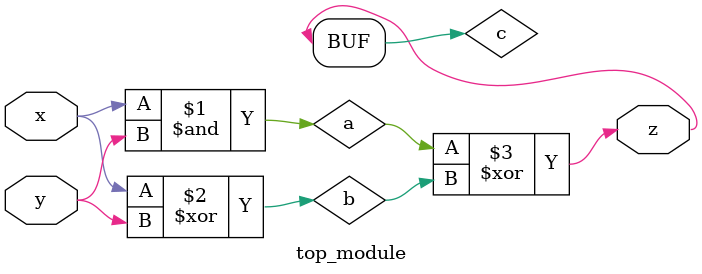
<source format=sv>
module top_module(
  input x,
  input y,
  output z);

  wire a, b, c;

  // First gate
  and gate1(a, x, y);     // a = x AND y

  // Second gate
  xor gate2(b, x, y);      // b = x XOR y

  // Third gate
  xor gate3(c, a, b);      // c = a XOR b
  
  // Fourth gate
  or gate4(z, c, c);       // z = c OR c

endmodule

</source>
